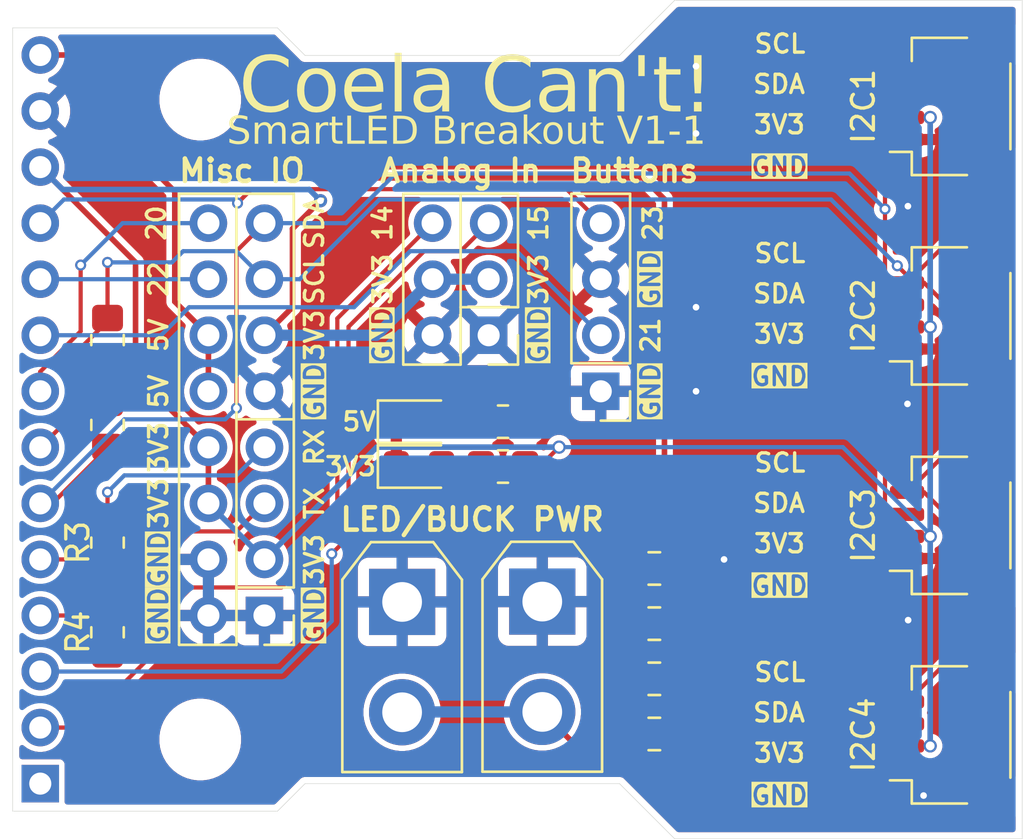
<source format=kicad_pcb>
(kicad_pcb (version 20241229) (generator "pcbnew") (generator_version "9.0")
  (title_block (title "SmartLED Shield Breakout") (date "2024-05-24") (rev "1.2") (company "Coelacanth Electronics, LLC, Axion Labs, LLC") (comment 1 "Converted to KiCAD by MyloWhylo") (comment 2 "Original Design by Coela Can't!") (comment 3 "Updated by AxionQc"))
  (layers (0 "F.Cu" signal) (2 "B.Cu" signal) (13 "F.Paste" user) (15 "B.Paste" user) (5 "F.SilkS" user "F.Silkscreen") (7 "B.SilkS" user "B.Silkscreen") (1 "F.Mask" user) (3 "B.Mask" user) (25 "Edge.Cuts" user))
  (net 0 "")
  (net 1 "GND")
  (net 2 "/SDA0")
  (net 3 "/SCL0")
  (net 4 "+3V3")
  (net 5 "/TIO20")
  (net 6 "/A1")
  (net 7 "/RX4")
  (net 8 "/TIO21")
  (net 9 "/TX4")
  (net 10 "/TIO23")
  (net 11 "/A0")
  (net 12 "+5V")
  (net 13 "/TIO22")
  (net 14 "Net-(LED1-A)")
  (net 15 "Net-(LED2-A)")
  (net 17 "Net-(P1-Pin_7)")
  (net 18 "Net-(P1-Pin_5)")
  (footprint "Connector_PinHeader_2.54mm:PinHeader_2x03_P2.54mm_Vertical" (layer "F.Cu") (at 122.502 68.46 180)
    (property "Reference" "J1" (hide yes))
    (property "Value" "Analog In")
    (fp_line (start 3.87 -1.33) (end 3.87 6.41) (stroke (width 0.12)) (layer "F.SilkS"))
    (fp_line (start 1.27 1.27) (end 1.27 -1.33) (stroke (width 0.12)) (layer "F.SilkS"))
    (fp_line (start 1.27 -1.33) (end 3.87 -1.33) (stroke (width 0.12)) (layer "F.SilkS"))
    (fp_line (start -1.33 6.41) (end 3.87 6.41) (stroke (width 0.12)) (layer "F.SilkS"))
    (fp_line (start -1.33 1.27) (end 1.27 1.27) (stroke (width 0.12)) (layer "F.SilkS"))
    (fp_line (start -1.33 1.27) (end -1.33 6.41) (stroke (width 0.12)) (layer "F.SilkS"))
    (fp_line (start -1.33 0) (end -1.33 -1.33) (stroke (width 0.12)) (layer "F.SilkS"))
    (fp_line (start -1.33 -1.33) (end 0 -1.33) (stroke (width 0.12)) (layer "F.SilkS"))
    (pad "1" thru_hole rect (at 0 0 180) (size 1.7 1.7) (drill 1) (layers "*.Cu" "*.Mask") (net 1 "GND"))
    (pad "2" thru_hole oval (at 2.54 0 180) (size 1.7 1.7) (drill 1) (layers "*.Cu" "*.Mask") (net 1 "GND"))
    (pad "3" thru_hole oval (at 0 2.54 180) (size 1.7 1.7) (drill 1) (layers "*.Cu" "*.Mask") (net 4 "+3V3"))
    (pad "4" thru_hole oval (at 2.54 2.54 180) (size 1.7 1.7) (drill 1) (layers "*.Cu" "*.Mask") (net 4 "+3V3"))
    (pad "5" thru_hole oval (at 0 5.08 180) (size 1.7 1.7) (drill 1) (layers "*.Cu" "*.Mask") (net 6 "/A1"))
    (pad "6" thru_hole oval (at 2.54 5.08 180) (size 1.7 1.7) (drill 1) (layers "*.Cu" "*.Mask") (net 11 "/A0"))
  )
  (footprint "Connector_PinHeader_2.54mm:PinHeader_2x08_P2.54mm_Vertical" (layer "F.Cu") (at 112.342 81.16 180)
    (property "Reference" "P1" (hide yes))
    (property "Value" "Misc. I/O")
    (fp_line (start 3.87 -1.33) (end 3.87 19.11) (stroke (width 0.12)) (layer "F.SilkS"))
    (fp_line (start 1.27 1.27) (end 1.27 -1.33) (stroke (width 0.12)) (layer "F.SilkS"))
    (fp_line (start 1.27 -1.33) (end 3.87 -1.33) (stroke (width 0.12)) (layer "F.SilkS"))
    (fp_line (start -1.33 19.11) (end 3.87 19.11) (stroke (width 0.12)) (layer "F.SilkS"))
    (fp_line (start -1.33 1.27) (end 1.27 1.27) (stroke (width 0.12)) (layer "F.SilkS"))
    (fp_line (start -1.33 1.27) (end -1.33 19.11) (stroke (width 0.12)) (layer "F.SilkS"))
    (fp_line (start -1.33 0) (end -1.33 -1.33) (stroke (width 0.12)) (layer "F.SilkS"))
    (fp_line (start -1.33 -1.33) (end 0 -1.33) (stroke (width 0.12)) (layer "F.SilkS"))
    (pad "1" thru_hole rect (at 0 0 180) (size 1.7 1.7) (drill 1) (layers "*.Cu" "*.Mask") (net 1 "GND"))
    (pad "2" thru_hole oval (at 2.54 0 180) (size 1.7 1.7) (drill 1) (layers "*.Cu" "*.Mask") (net 1 "GND"))
    (pad "3" thru_hole oval (at 0 2.54 180) (size 1.7 1.7) (drill 1) (layers "*.Cu" "*.Mask") (net 4 "+3V3"))
    (pad "4" thru_hole oval (at 2.54 2.54 180) (size 1.7 1.7) (drill 1) (layers "*.Cu" "*.Mask") (net 1 "GND"))
    (pad "5" thru_hole oval (at 0 5.08 180) (size 1.7 1.7) (drill 1) (layers "*.Cu" "*.Mask") (net 18 "Net-(P1-Pin_5)"))
    (pad "6" thru_hole oval (at 2.54 5.08 180) (size 1.7 1.7) (drill 1) (layers "*.Cu" "*.Mask") (net 4 "+3V3"))
    (pad "7" thru_hole oval (at 0 7.62 180) (size 1.7 1.7) (drill 1) (layers "*.Cu" "*.Mask") (net 17 "Net-(P1-Pin_7)"))
    (pad "8" thru_hole oval (at 2.54 7.62 180) (size 1.7 1.7) (drill 1) (layers "*.Cu" "*.Mask") (net 4 "+3V3"))
    (pad "9" thru_hole oval (at 0 10.16 180) (size 1.7 1.7) (drill 1) (layers "*.Cu" "*.Mask") (net 1 "GND"))
    (pad "10" thru_hole oval (at 2.54 10.16 180) (size 1.7 1.7) (drill 1) (layers "*.Cu" "*.Mask") (net 12 "+5V"))
    (pad "11" thru_hole oval (at 0 12.7 180) (size 1.7 1.7) (drill 1) (layers "*.Cu" "*.Mask") (net 4 "+3V3"))
    (pad "12" thru_hole oval (at 2.54 12.7 180) (size 1.7 1.7) (drill 1) (layers "*.Cu" "*.Mask") (net 12 "+5V"))
    (pad "13" thru_hole oval (at 0 15.24 180) (size 1.7 1.7) (drill 1) (layers "*.Cu" "*.Mask") (net 3 "/SCL0"))
    (pad "14" thru_hole oval (at 2.54 15.24 180) (size 1.7 1.7) (drill 1) (layers "*.Cu" "*.Mask") (net 13 "/TIO22"))
    (pad "15" thru_hole oval (at 0 17.78 180) (size 1.7 1.7) (drill 1) (layers "*.Cu" "*.Mask") (net 2 "/SDA0"))
    (pad "16" thru_hole oval (at 2.54 17.78 180) (size 1.7 1.7) (drill 1) (layers "*.Cu" "*.Mask") (net 5 "/TIO20"))
  )
  (footprint "Connector_JST:JST_SH_SM04B-SRSS-TB_1x04-1MP_P1.00mm_Horizontal" (layer "F.Cu") (at 143.462 58.090833 90)
    (property "Reference" "I2C1" (at 0 -3.98 90) (layer "F.SilkS"))
    (property "Value" "JST SM04B")
    (fp_line (start 3.11 -1.785) (end 2.06 -1.785) (stroke (width 0.12)) (layer "F.SilkS"))
    (fp_line (start -2.06 -1.785) (end -2.06 -2.775) (stroke (width 0.12)) (layer "F.SilkS"))
    (fp_line (start -3.11 -1.785) (end -2.06 -1.785) (stroke (width 0.12)) (layer "F.SilkS"))
    (fp_line (start 3.11 0.715) (end 3.11 -1.785) (stroke (width 0.12)) (layer "F.SilkS"))
    (fp_line (start -3.11 0.715) (end -3.11 -1.785) (stroke (width 0.12)) (layer "F.SilkS"))
    (fp_line (start -1.94 2.685) (end 1.94 2.685) (stroke (width 0.12)) (layer "F.SilkS"))
    (pad "1" smd roundrect (at -1.5 -2 90) (size 0.6 1.55) (layers "F.Cu" "F.Mask" "F.Paste") (net 1 "GND"))
    (pad "2" smd roundrect (at -0.5 -2 90) (size 0.6 1.55) (layers "F.Cu" "F.Mask" "F.Paste") (net 4 "+3V3"))
    (pad "3" smd roundrect (at 0.5 -2 90) (size 0.6 1.55) (layers "F.Cu" "F.Mask" "F.Paste") (net 2 "/SDA0"))
    (pad "4" smd roundrect (at 1.5 -2 90) (size 0.6 1.55) (layers "F.Cu" "F.Mask" "F.Paste") (net 3 "/SCL0"))
    (pad "MP" smd roundrect (at -2.8 1.875 90) (size 1.2 1.8) (layers "F.Cu" "F.Mask" "F.Paste") (roundrect_rratio 0.208333))
    (pad "MP" smd roundrect (at 2.8 1.875 90) (size 1.2 1.8) (layers "F.Cu" "F.Mask" "F.Paste") (roundrect_rratio 0.208333))
  )
  (footprint "Resistor_SMD:R_0805_2012Metric_Pad1.20x1.40mm_HandSolder" (layer "F.Cu") (at 123.152 72.378 180)
    (property "Reference" "R6" (hide yes))
    (property "Value" "10k")
    (fp_line (start -0.227064 0.735) (end 0.227064 0.735) (stroke (width 0.12)) (layer "F.SilkS"))
    (fp_line (start -0.227064 -0.735) (end 0.227064 -0.735) (stroke (width 0.12)) (layer "F.SilkS"))
    (pad "1" smd roundrect (at -1 0 180) (size 1.2 1.4) (layers "F.Cu" "F.Mask" "F.Paste") (roundrect_rratio 0.208333) (net 12 "+5V"))
    (pad "2" smd roundrect (at 1 0 180) (size 1.2 1.4) (layers "F.Cu" "F.Mask" "F.Paste") (roundrect_rratio 0.208333) (net 15 "Net-(LED2-A)"))
  )
  (footprint "LED_SMD:LED_0805_2012Metric_Pad1.15x1.40mm_HandSolder" (layer "F.Cu") (at 119.342 74.41)
    (property "Reference" "LED1" (hide yes))
    (property "Value" "LED")
    (fp_line (start -1.86 -0.96) (end -1.86 0.96) (stroke (width 0.12)) (layer "F.SilkS"))
    (fp_line (start -1.86 0.96) (end 1 0.96) (stroke (width 0.12)) (layer "F.SilkS"))
    (fp_line (start 1 -0.96) (end -1.86 -0.96) (stroke (width 0.12)) (layer "F.SilkS"))
    (pad "1" smd roundrect (at -1.025 0) (size 1.15 1.4) (layers "F.Cu" "F.Mask" "F.Paste") (roundrect_rratio 0.217391) (net 1 "GND"))
    (pad "2" smd roundrect (at 1.025 0) (size 1.15 1.4) (layers "F.Cu" "F.Mask" "F.Paste") (roundrect_rratio 0.217391) (net 14 "Net-(LED1-A)"))
  )
  (footprint "Resistor_SMD:R_0805_2012Metric_Pad1.20x1.40mm_HandSolder" (layer "F.Cu") (at 105.23 77.858 90)
    (property "Reference" "R3" (at 0 -1.348 90) (layer "F.SilkS"))
    (property "Value" "470")
    (fp_line (start -0.227064 -0.735) (end 0.227064 -0.735) (stroke (width 0.12)) (layer "F.SilkS"))
    (fp_line (start -0.227064 0.735) (end 0.227064 0.735) (stroke (width 0.12)) (layer "F.SilkS"))
    (pad "1" smd roundrect (at -1 0 90) (size 1.2 1.4) (layers "F.Cu" "F.Mask" "F.Paste") (roundrect_rratio 0.208333) (net 9 "/TX4"))
    (pad "2" smd roundrect (at 1 0 90) (size 1.2 1.4) (layers "F.Cu" "F.Mask" "F.Paste") (roundrect_rratio 0.208333) (net 17 "Net-(P1-Pin_7)"))
  )
  (footprint "Connector_PinHeader_2.54mm:PinHeader_1x14_P2.54mm_Vertical" (layer "F.Cu") (at 102.182 88.78 180)
    (property "Reference" "T1" (hide yes))
    (property "Value" "Teensy 4.0")
    (pad "1" thru_hole rect (at 0 0 180) (size 1.7 1.7) (drill 1) (layers "*.Cu" "*.Mask"))
    (pad "2" thru_hole oval (at 0 2.54 180) (size 1.7 1.7) (drill 1) (layers "*.Cu" "*.Mask") (net 11 "/A0"))
    (pad "3" thru_hole oval (at 0 5.08 180) (size 1.7 1.7) (drill 1) (layers "*.Cu" "*.Mask") (net 6 "/A1"))
    (pad "4" thru_hole oval (at 0 7.62 180) (size 1.7 1.7) (drill 1) (layers "*.Cu" "*.Mask") (net 7 "/RX4"))
    (pad "5" thru_hole oval (at 0 10.16 180) (size 1.7 1.7) (drill 1) (layers "*.Cu" "*.Mask") (net 9 "/TX4"))
    (pad "6" thru_hole oval (at 0 12.7 180) (size 1.7 1.7) (drill 1) (layers "*.Cu" "*.Mask") (net 2 "/SDA0"))
    (pad "7" thru_hole oval (at 0 15.24 180) (size 1.7 1.7) (drill 1) (layers "*.Cu" "*.Mask") (net 3 "/SCL0"))
    (pad "8" thru_hole oval (at 0 17.78 180) (size 1.7 1.7) (drill 1) (layers "*.Cu" "*.Mask") (net 5 "/TIO20"))
    (pad "9" thru_hole oval (at 0 20.32 180) (size 1.7 1.7) (drill 1) (layers "*.Cu" "*.Mask") (net 8 "/TIO21"))
    (pad "10" thru_hole oval (at 0 22.86 180) (size 1.7 1.7) (drill 1) (layers "*.Cu" "*.Mask") (net 13 "/TIO22"))
    (pad "11" thru_hole oval (at 0 25.4 180) (size 1.7 1.7) (drill 1) (layers "*.Cu" "*.Mask") (net 10 "/TIO23"))
    (pad "12" thru_hole oval (at 0 27.94 180) (size 1.7 1.7) (drill 1) (layers "*.Cu" "*.Mask") (net 4 "+3V3"))
    (pad "13" thru_hole oval (at 0 30.48 180) (size 1.7 1.7) (drill 1) (layers "*.Cu" "*.Mask") (net 1 "GND"))
    (pad "14" thru_hole oval (at 0 33.02 180) (size 1.7 1.7) (drill 1) (layers "*.Cu" "*.Mask") (net 12 "+5V"))
  )
  (footprint "MountingHole:MountingHole_3.2mm_M3" (layer "F.Cu") (at 109.432 57.78)
    (property "Reference" "H1" (hide yes))
    (property "Value" "M3 Screw")
    (pad "" np_thru_hole circle (at 0 0) (size 3.2 3.2) (drill 3.2) (layers "*.Cu" "*.Mask"))
  )
  (footprint "Resistor_SMD:R_0805_2012Metric_Pad1.20x1.40mm_HandSolder" (layer "F.Cu") (at 123.152 74.41 180)
    (property "Reference" "R5" (hide yes))
    (property "Value" "10k")
    (fp_line (start -0.227064 0.735) (end 0.227064 0.735) (stroke (width 0.12)) (layer "F.SilkS"))
    (fp_line (start -0.227064 -0.735) (end 0.227064 -0.735) (stroke (width 0.12)) (layer "F.SilkS"))
    (pad "1" smd roundrect (at -1 0 180) (size 1.2 1.4) (layers "F.Cu" "F.Mask" "F.Paste") (roundrect_rratio 0.208333) (net 4 "+3V3"))
    (pad "2" smd roundrect (at 1 0 180) (size 1.2 1.4) (layers "F.Cu" "F.Mask" "F.Paste") (roundrect_rratio 0.208333) (net 14 "Net-(LED1-A)"))
  )
  (footprint "Connector_JST:JST_SH_SM04B-SRSS-TB_1x04-1MP_P1.00mm_Horizontal" (layer "F.Cu") (at 143.462 86.570833 90)
    (property "Reference" "I2C4" (at 0 -3.98 90) (layer "F.SilkS"))
    (property "Value" "JST SM04B")
    (fp_line (start 3.11 -1.785) (end 2.06 -1.785) (stroke (width 0.12)) (layer "F.SilkS"))
    (fp_line (start -2.06 -1.785) (end -2.06 -2.775) (stroke (width 0.12)) (layer "F.SilkS"))
    (fp_line (start -3.11 -1.785) (end -2.06 -1.785) (stroke (width 0.12)) (layer "F.SilkS"))
    (fp_line (start 3.11 0.715) (end 3.11 -1.785) (stroke (width 0.12)) (layer "F.SilkS"))
    (fp_line (start -3.11 0.715) (end -3.11 -1.785) (stroke (width 0.12)) (layer "F.SilkS"))
    (fp_line (start -1.94 2.685) (end 1.94 2.685) (stroke (width 0.12)) (layer "F.SilkS"))
    (pad "1" smd roundrect (at -1.5 -2 90) (size 0.6 1.55) (layers "F.Cu" "F.Mask" "F.Paste") (net 1 "GND"))
    (pad "2" smd roundrect (at -0.5 -2 90) (size 0.6 1.55) (layers "F.Cu" "F.Mask" "F.Paste") (net 4 "+3V3"))
    (pad "3" smd roundrect (at 0.5 -2 90) (size 0.6 1.55) (layers "F.Cu" "F.Mask" "F.Paste") (net 2 "/SDA0"))
    (pad "4" smd roundrect (at 1.5 -2 90) (size 0.6 1.55) (layers "F.Cu" "F.Mask" "F.Paste") (net 3 "/SCL0"))
    (pad "MP" smd roundrect (at -2.8 1.875 90) (size 1.2 1.8) (layers "F.Cu" "F.Mask" "F.Paste") (roundrect_rratio 0.208333))
    (pad "MP" smd roundrect (at 2.8 1.875 90) (size 1.2 1.8) (layers "F.Cu" "F.Mask" "F.Paste") (roundrect_rratio 0.208333))
  )
  (footprint "Capacitor_SMD:C_0805_2012Metric_Pad1.18x1.45mm_HandSolder" (layer "F.Cu") (at 130.01 79.03 180)
    (property "Reference" "C4" (hide yes))
    (property "Value" "22uF")
    (fp_line (start -0.261252 0.735) (end 0.261252 0.735) (stroke (width 0.12)) (layer "F.SilkS"))
    (fp_line (start -0.261252 -0.735) (end 0.261252 -0.735) (stroke (width 0.12)) (layer "F.SilkS"))
    (pad "1" smd roundrect (at -1.0375 0 180) (size 1.175 1.45) (layers "F.Cu" "F.Mask" "F.Paste") (roundrect_rratio 0.212766) (net 12 "+5V"))
    (pad "2" smd roundrect (at 1.0375 0 180) (size 1.175 1.45) (layers "F.Cu" "F.Mask" "F.Paste") (roundrect_rratio 0.212766) (net 1 "GND"))
  )
  (footprint "Capacitor_SMD:C_0805_2012Metric_Pad1.18x1.45mm_HandSolder" (layer "F.Cu") (at 130.01 81.53 180)
    (property "Reference" "C3" (hide yes))
    (property "Value" "22uF")
    (fp_line (start -0.261252 0.735) (end 0.261252 0.735) (stroke (width 0.12)) (layer "F.SilkS"))
    (fp_line (start -0.261252 -0.735) (end 0.261252 -0.735) (stroke (width 0.12)) (layer "F.SilkS"))
    (pad "1" smd roundrect (at -1.0375 0 180) (size 1.175 1.45) (layers "F.Cu" "F.Mask" "F.Paste") (roundrect_rratio 0.212766) (net 12 "+5V"))
    (pad "2" smd roundrect (at 1.0375 0 180) (size 1.175 1.45) (layers "F.Cu" "F.Mask" "F.Paste") (roundrect_rratio 0.212766) (net 1 "GND"))
  )
  (footprint "Resistor_SMD:R_0805_2012Metric_Pad1.20x1.40mm_HandSolder" (layer "F.Cu") (at 105.23 81.922 -90)
    (property "Reference" "R4" (at 0 1.348 270) (layer "F.SilkS"))
    (property "Value" "470")
    (fp_line (start -0.227064 0.735) (end 0.227064 0.735) (stroke (width 0.12)) (layer "F.SilkS"))
    (fp_line (start -0.227064 -0.735) (end 0.227064 -0.735) (stroke (width 0.12)) (layer "F.SilkS"))
    (pad "1" smd roundrect (at -1 0 270) (size 1.2 1.4) (layers "F.Cu" "F.Mask" "F.Paste") (roundrect_rratio 0.208333) (net 7 "/RX4"))
    (pad "2" smd roundrect (at 1 0 270) (size 1.2 1.4) (layers "F.Cu" "F.Mask" "F.Paste") (roundrect_rratio 0.208333) (net 18 "Net-(P1-Pin_5)"))
  )
  (footprint "Connector_AMASS:AMASS_XT30UPB-M_1x02_P5.0mm_Vertical" (layer "F.Cu") (at 118.58 80.546 -90)
    (property "Reference" "LEDPWR1" (hide yes))
    (property "Value" "AMASS XT30UPB-M")
    (fp_line (start -1.01 2.71) (end 7.71 2.71) (stroke (width 0.12)) (layer "F.SilkS"))
    (fp_line (start -2.71 1.41) (end -1.01 2.71) (stroke (width 0.12)) (layer "F.SilkS"))
    (fp_line (start -2.71 -1.41) (end -2.71 1.41) (stroke (width 0.12)) (layer "F.SilkS"))
    (fp_line (start -2.71 -1.41) (end -1.01 -2.71) (stroke (width 0.12)) (layer "F.SilkS"))
    (fp_line (start -1.01 -2.71) (end 7.71 -2.71) (stroke (width 0.12)) (layer "F.SilkS"))
    (fp_line (start 7.71 -2.71) (end 7.71 2.71) (stroke (width 0.12)) (layer "F.SilkS"))
    (pad "1" thru_hole rect (at 0 0 270) (size 3 3) (drill 1.8) (layers "*.Cu" "*.Mask") (net 1 "GND"))
    (pad "2" thru_hole circle (at 5 0 270) (size 3 3) (drill 1.8) (layers "*.Cu" "*.Mask") (net 12 "+5V"))
  )
  (footprint "Connector_JST:JST_SH_SM04B-SRSS-TB_1x04-1MP_P1.00mm_Horizontal" (layer "F.Cu") (at 143.462 67.584166 90)
    (property "Reference" "I2C2" (at 0 -3.98 90) (layer "F.SilkS"))
    (property "Value" "JST SM04B")
    (fp_line (start 3.11 -1.785) (end 2.06 -1.785) (stroke (width 0.12)) (layer "F.SilkS"))
    (fp_line (start -2.06 -1.785) (end -2.06 -2.775) (stroke (width 0.12)) (layer "F.SilkS"))
    (fp_line (start -3.11 -1.785) (end -2.06 -1.785) (stroke (width 0.12)) (layer "F.SilkS"))
    (fp_line (start 3.11 0.715) (end 3.11 -1.785) (stroke (width 0.12)) (layer "F.SilkS"))
    (fp_line (start -3.11 0.715) (end -3.11 -1.785) (stroke (width 0.12)) (layer "F.SilkS"))
    (fp_line (start -1.94 2.685) (end 1.94 2.685) (stroke (width 0.12)) (layer "F.SilkS"))
    (pad "1" smd roundrect (at -1.5 -2 90) (size 0.6 1.55) (layers "F.Cu" "F.Mask" "F.Paste") (net 1 "GND"))
    (pad "2" smd roundrect (at -0.5 -2 90) (size 0.6 1.55) (layers "F.Cu" "F.Mask" "F.Paste") (net 4 "+3V3"))
    (pad "3" smd roundrect (at 0.5 -2 90) (size 0.6 1.55) (layers "F.Cu" "F.Mask" "F.Paste") (net 2 "/SDA0"))
    (pad "4" smd roundrect (at 1.5 -2 90) (size 0.6 1.55) (layers "F.Cu" "F.Mask" "F.Paste") (net 3 "/SCL0"))
    (pad "MP" smd roundrect (at -2.8 1.875 90) (size 1.2 1.8) (layers "F.Cu" "F.Mask" "F.Paste") (roundrect_rratio 0.208333))
    (pad "MP" smd roundrect (at 2.8 1.875 90) (size 1.2 1.8) (layers "F.Cu" "F.Mask" "F.Paste") (roundrect_rratio 0.208333))
  )
  (footprint "Capacitor_SMD:C_0805_2012Metric_Pad1.18x1.45mm_HandSolder" (layer "F.Cu") (at 130.01 84.03 180)
    (property "Reference" "C2" (hide yes))
    (property "Value" "22uF")
    (fp_line (start -0.261252 0.735) (end 0.261252 0.735) (stroke (width 0.12)) (layer "F.SilkS"))
    (fp_line (start -0.261252 -0.735) (end 0.261252 -0.735) (stroke (width 0.12)) (layer "F.SilkS"))
    (pad "1" smd roundrect (at -1.0375 0 180) (size 1.175 1.45) (layers "F.Cu" "F.Mask" "F.Paste") (roundrect_rratio 0.212766) (net 12 "+5V"))
    (pad "2" smd roundrect (at 1.0375 0 180) (size 1.175 1.45) (layers "F.Cu" "F.Mask" "F.Paste") (roundrect_rratio 0.212766) (net 1 "GND"))
  )
  (footprint "LED_SMD:LED_0805_2012Metric_Pad1.15x1.40mm_HandSolder" (layer "F.Cu") (at 119.342 72.378)
    (property "Reference" "LED2" (hide yes))
    (property "Value" "LED")
    (fp_line (start -1.86 -0.96) (end -1.86 0.96) (stroke (width 0.12)) (layer "F.SilkS"))
    (fp_line (start -1.86 0.96) (end 1 0.96) (stroke (width 0.12)) (layer "F.SilkS"))
    (fp_line (start 1 -0.96) (end -1.86 -0.96) (stroke (width 0.12)) (layer "F.SilkS"))
    (pad "1" smd roundrect (at -1.025 0) (size 1.15 1.4) (layers "F.Cu" "F.Mask" "F.Paste") (roundrect_rratio 0.217391) (net 1 "GND"))
    (pad "2" smd roundrect (at 1.025 0) (size 1.15 1.4) (layers "F.Cu" "F.Mask" "F.Paste") (roundrect_rratio 0.217391) (net 15 "Net-(LED2-A)"))
  )
  (footprint "Connector_JST:JST_SH_SM04B-SRSS-TB_1x04-1MP_P1.00mm_Horizontal" (layer "F.Cu") (at 143.462 77.0775 90)
    (property "Reference" "I2C3" (at 0 -3.98 90) (layer "F.SilkS"))
    (property "Value" "JST SM04B")
    (fp_line (start 3.11 -1.785) (end 2.06 -1.785) (stroke (width 0.12)) (layer "F.SilkS"))
    (fp_line (start -2.06 -1.785) (end -2.06 -2.775) (stroke (width 0.12)) (layer "F.SilkS"))
    (fp_line (start -3.11 -1.785) (end -2.06 -1.785) (stroke (width 0.12)) (layer "F.SilkS"))
    (fp_line (start 3.11 0.715) (end 3.11 -1.785) (stroke (width 0.12)) (layer "F.SilkS"))
    (fp_line (start -3.11 0.715) (end -3.11 -1.785) (stroke (width 0.12)) (layer "F.SilkS"))
    (fp_line (start -1.94 2.685) (end 1.94 2.685) (stroke (width 0.12)) (layer "F.SilkS"))
    (pad "1" smd roundrect (at -1.5 -2 90) (size 0.6 1.55) (layers "F.Cu" "F.Mask" "F.Paste") (net 1 "GND"))
    (pad "2" smd roundrect (at -0.5 -2 90) (size 0.6 1.55) (layers "F.Cu" "F.Mask" "F.Paste") (net 4 "+3V3"))
    (pad "3" smd roundrect (at 0.5 -2 90) (size 0.6 1.55) (layers "F.Cu" "F.Mask" "F.Paste") (net 2 "/SDA0"))
    (pad "4" smd roundrect (at 1.5 -2 90) (size 0.6 1.55) (layers "F.Cu" "F.Mask" "F.Paste") (net 3 "/SCL0"))
    (pad "MP" smd roundrect (at -2.8 1.875 90) (size 1.2 1.8) (layers "F.Cu" "F.Mask" "F.Paste") (roundrect_rratio 0.208333))
    (pad "MP" smd roundrect (at 2.8 1.875 90) (size 1.2 1.8) (layers "F.Cu" "F.Mask" "F.Paste") (roundrect_rratio 0.208333))
  )
  (footprint "Resistor_SMD:R_0805_2012Metric_Pad1.20x1.40mm_HandSolder" (layer "F.Cu") (at 105.23 72.524 90)
    (property "Reference" "R2" (hide yes))
    (property "Value" "5.1k")
    (fp_line (start -0.227064 -0.735) (end 0.227064 -0.735) (stroke (width 0.12)) (layer "F.SilkS"))
    (fp_line (start -0.227064 0.735) (end 0.227064 0.735) (stroke (width 0.12)) (layer "F.SilkS"))
    (pad "1" smd roundrect (at -1 0 90) (size 1.2 1.4) (layers "F.Cu" "F.Mask" "F.Paste") (roundrect_rratio 0.208333) (net 2 "/SDA0"))
    (pad "2" smd roundrect (at 1 0 90) (size 1.2 1.4) (layers "F.Cu" "F.Mask" "F.Paste") (roundrect_rratio 0.208333) (net 4 "+3V3"))
  )
  (footprint "Resistor_SMD:R_0805_2012Metric_Pad1.20x1.40mm_HandSolder" (layer "F.Cu") (at 105.23 68.68 -90)
    (property "Reference" "R1" (hide yes))
    (property "Value" "5.1k")
    (fp_line (start -0.227064 0.735) (end 0.227064 0.735) (stroke (width 0.12)) (layer "F.SilkS"))
    (fp_line (start -0.227064 -0.735) (end 0.227064 -0.735) (stroke (width 0.12)) (layer "F.SilkS"))
    (pad "1" smd roundrect (at -1 0 270) (size 1.2 1.4) (layers "F.Cu" "F.Mask" "F.Paste") (roundrect_rratio 0.208333) (net 3 "/SCL0"))
    (pad "2" smd roundrect (at 1 0 270) (size 1.2 1.4) (layers "F.Cu" "F.Mask" "F.Paste") (roundrect_rratio 0.208333) (net 4 "+3V3"))
  )
  (footprint "Capacitor_SMD:C_0805_2012Metric_Pad1.18x1.45mm_HandSolder" (layer "F.Cu") (at 130.01 86.53 180)
    (property "Reference" "C1" (hide yes))
    (property "Value" "22uF")
    (fp_line (start -0.261252 0.735) (end 0.261252 0.735) (stroke (width 0.12)) (layer "F.SilkS"))
    (fp_line (start -0.261252 -0.735) (end 0.261252 -0.735) (stroke (width 0.12)) (layer "F.SilkS"))
    (pad "1" smd roundrect (at -1.0375 0 180) (size 1.175 1.45) (layers "F.Cu" "F.Mask" "F.Paste") (roundrect_rratio 0.212766) (net 12 "+5V"))
    (pad "2" smd roundrect (at 1.0375 0 180) (size 1.175 1.45) (layers "F.Cu" "F.Mask" "F.Paste") (roundrect_rratio 0.212766) (net 1 "GND"))
  )
  (footprint "Connector_PinHeader_2.54mm:PinHeader_1x04_P2.54mm_Vertical" (layer "F.Cu") (at 127.582 71 180)
    (property "Reference" "B1" (hide yes))
    (property "Value" "Digital IO")
    (fp_line (start 1.33 1.27) (end 1.33 8.95) (stroke (width 0.12)) (layer "F.SilkS"))
    (fp_line (start -1.33 8.95) (end 1.33 8.95) (stroke (width 0.12)) (layer "F.SilkS"))
    (fp_line (start -1.33 1.27) (end 1.33 1.27) (stroke (width 0.12)) (layer "F.SilkS"))
    (fp_line (start -1.33 1.27) (end -1.33 8.95) (stroke (width 0.12)) (layer "F.SilkS"))
    (fp_line (start -1.33 0) (end -1.33 -1.33) (stroke (width 0.12)) (layer "F.SilkS"))
    (fp_line (start -1.33 -1.33) (end 0 -1.33) (stroke (width 0.12)) (layer "F.SilkS"))
    (pad "1" thru_hole rect (at 0 0 180) (size 1.7 1.7) (drill 1) (layers "*.Cu" "*.Mask") (net 1 "GND"))
    (pad "2" thru_hole oval (at 0 2.54 180) (size 1.7 1.7) (drill 1) (layers "*.Cu" "*.Mask") (net 8 "/TIO21"))
    (pad "3" thru_hole oval (at 0 5.08 180) (size 1.7 1.7) (drill 1) (layers "*.Cu" "*.Mask") (net 1 "GND"))
    (pad "4" thru_hole oval (at 0 7.62 180) (size 1.7 1.7) (drill 1) (layers "*.Cu" "*.Mask") (net 10 "/TIO23"))
  )
  (footprint "MountingHole:MountingHole_3.2mm_M3" (layer "F.Cu") (at 109.432 86.78)
    (property "Reference" "H2" (hide yes))
    (property "Value" "M3 Screw")
    (pad "" np_thru_hole circle (at 0 0) (size 3.2 3.2) (drill 3.2) (layers "*.Cu" "*.Mask"))
  )
  (footprint "Connector_AMASS:AMASS_XT30UPB-M_1x02_P5.0mm_Vertical" (layer "F.Cu") (at 124.932 80.53 -90)
    (property "Reference" "BCKPWR1" (hide yes))
    (property "Value" "AMASS XT30UPB-M")
    (fp_line (start -1.01 2.71) (end 7.71 2.71) (stroke (width 0.12)) (layer "F.SilkS"))
    (fp_line (start -2.71 1.41) (end -1.01 2.71) (stroke (width 0.12)) (layer "F.SilkS"))
    (fp_line (start -2.71 -1.41) (end -2.71 1.41) (stroke (width 0.12)) (layer "F.SilkS"))
    (fp_line (start -2.71 -1.41) (end -1.01 -2.71) (stroke (width 0.12)) (layer "F.SilkS"))
    (fp_line (start -1.01 -2.71) (end 7.71 -2.71) (stroke (width 0.12)) (layer "F.SilkS"))
    (fp_line (start 7.71 -2.71) (end 7.71 2.71) (stroke (width 0.12)) (layer "F.SilkS"))
    (pad "1" thru_hole rect (at 0 0 270) (size 3 3) (drill 1.8) (layers "*.Cu" "*.Mask") (net 1 "GND"))
    (pad "2" thru_hole circle (at 5 0 270) (size 3 3) (drill 1.8) (layers "*.Cu" "*.Mask") (net 12 "+5V"))
  )
  (gr_poly (pts (xy 102.93199 88.03001) (xy 101.43187 88.03001) (xy 101.43187 89.53013) (xy 102.93199 89.53013)) (fill yes) (layer "F.Cu") (net 16))
  (gr_poly (pts (xy 102.93199 88.03001) (xy 101.43187 88.03001) (xy 101.43187 89.53013) (xy 102.93199 89.53013)) (fill yes) (layer "F.Cu") (net 16))
  (gr_poly (pts (xy 102.93199 88.03001) (xy 101.43187 88.03001) (xy 101.43187 89.53013) (xy 102.93199 89.53013)) (fill yes) (layer "B.Cu") (net 16))
  (gr_poly (pts (xy 102.93199 88.03001) (xy 101.43187 88.03001) (xy 101.43187 89.53013) (xy 102.93199 89.53013)) (fill yes) (layer "B.Cu") (net 16))
  (gr_line (start 111.072 62.05) (end 111.072 79.89) (stroke (width 0.12)) (layer "F.SilkS"))
  (gr_line (start 113.612 72.27) (end 111.072 72.27) (stroke (width 0.12)) (layer "F.SilkS"))
  (gr_line (start 121.232 62.05) (end 121.232 67.19) (stroke (width 0.12)) (layer "F.SilkS"))
  (gr_line (start 128.432 55.78) (end 114.18191 55.77988) (stroke (width 0.0254)) (layer "Edge.Cuts"))
  (gr_line (start 130.932 91.28) (end 146.682 91.28) (stroke (width 0.0254)) (layer "Edge.Cuts"))
  (gr_line (start 112.932 90.03) (end 114.182 88.78) (stroke (width 0.0254)) (layer "Edge.Cuts"))
  (gr_line (start 100.932 54.53) (end 100.932 90.03) (stroke (width 0.0254)) (layer "Edge.Cuts"))
  (gr_line (start 128.432 88.78) (end 130.932 91.28) (stroke (width 0.0254)) (layer "Edge.Cuts"))
  (gr_line (start 112.932 54.53) (end 100.932 54.53) (stroke (width 0.0254)) (layer "Edge.Cuts"))
  (gr_line (start 114.182 88.78) (end 128.432 88.78) (stroke (width 0.0254)) (layer "Edge.Cuts"))
  (gr_line (start 146.682 91.28) (end 146.682 53.28) (stroke (width 0.0254)) (layer "Edge.Cuts"))
  (gr_line (start 146.682 53.28) (end 130.932 53.28) (stroke (width 0.0254)) (layer "Edge.Cuts"))
  (gr_line (start 100.932 90.03) (end 112.932 90.03) (stroke (width 0.0254)) (layer "Edge.Cuts"))
  (gr_line (start 114.18191 55.77988) (end 112.932 54.53) (stroke (width 0.0254)) (layer "Edge.Cuts"))
  (gr_line (start 130.932 53.28) (end 128.432 55.78) (stroke (width 0.0254)) (layer "Edge.Cuts"))
  (gr_text "22" (at 108.024 65.92 90) (layer "F.SilkS") (effects (font (size 0.8255 0.8255) (thickness 0.1524)) (justify bottom)))
  (gr_text "3V3" (at 136.922 58.913824 0) (layer "F.SilkS") (effects (font (size 0.8255 0.8255) (thickness 0.1524)) (justify right)))
  (gr_text "3V3" (at 114.12 78.62 90) (layer "F.SilkS") (effects (font (size 0.8255 0.8255) (thickness 0.1524)) (justify top)))
  (gr_text "GND" (at 118.184 68.46 90) (layer "F.SilkS" knockout) (effects (font (size 0.8255 0.8255) (thickness 0.1524)) (justify bottom)))
  (gr_text "GND" (at 137.039929 70.328305 0) (layer "F.SilkS" knockout) (effects (font (size 0.8255 0.8255) (thickness 0.1524)) (justify right)))
  (gr_text "SDA" (at 136.922 85.564398 0) (layer "F.SilkS") (effects (font (size 0.8255 0.8255) (thickness 0.1524)) (justify right)))
  (gr_text "SDA" (at 136.922 57.084398 0) (layer "F.SilkS") (effects (font (size 0.8255 0.8255) (thickness 0.1524)) (justify right)))
  (gr_text "3V3" (at 108.024 73.54 90) (layer "F.SilkS") (effects (font (size 0.8255 0.8255) (thickness 0.1524)) (justify bottom)))
  (gr_text "5V" (at 108.024 68.46 90) (layer "F.SilkS") (effects (font (size 0.8255 0.8255) (thickness 0.1524)) (justify bottom)))
  (gr_text "GND" (at 124.28 68.46 90) (layer "F.SilkS" knockout) (effects (font (size 0.8255 0.8255) (thickness 0.1524)) (justify top)))
  (gr_text "SCL" (at 114.12 65.92 90) (layer "F.SilkS") (effects (font (size 0.8255 0.8255) (thickness 0.1524)) (justify top)))
  (gr_text "14" (at 118.184 63.38 90) (layer "F.SilkS") (effects (font (size 0.8255 0.8255) (thickness 0.1524)) (justify bottom)))
  (gr_text "Analog In" (at 121.232 61.602 0) (layer "F.SilkS") (effects (font (size 1.016 1.016) (thickness 0.2032) (bold yes)) (justify bottom)))
  (gr_text "SCL" (at 136.941655 74.241639 0) (layer "F.SilkS") (effects (font (size 0.8255 0.8255) (thickness 0.1524)) (justify right)))
  (gr_text "GND" (at 108.024 81.16 90) (layer "F.SilkS" knockout) (effects (font (size 0.8255 0.8255) (thickness 0.1524)) (justify bottom)))
  (gr_text "GND" (at 137.039929 79.821639 0) (layer "F.SilkS" knockout) (effects (font (size 0.8255 0.8255) (thickness 0.1524)) (justify right)))
  (gr_text "3V3" (at 124.28 65.92 90) (layer "F.SilkS") (effects (font (size 0.8255 0.8255) (thickness 0.1524)) (justify top)))
  (gr_text "GND" (at 137.039929 89.314972 0) (layer "F.SilkS" knockout) (effects (font (size 0.8255 0.8255) (thickness 0.1524)) (justify right)))
  (gr_text "SDA" (at 136.922 66.577731 0) (layer "F.SilkS") (effects (font (size 0.8255 0.8255) (thickness 0.1524)) (justify right)))
  (gr_text "20" (at 106.959359 63.38 90) (layer "F.SilkS") (effects (font (size 0.8255 0.8255) (thickness 0.1524)) (justify top)))
  (gr_text "LED/BUCK PWR" (at 121.755 77.405 0) (layer "F.SilkS") (effects (font (size 1.016 1.016) (thickness 0.2032) (bold yes)) (justify bottom)))
  (gr_text "5V" (at 117.482 72.378 0) (layer "F.SilkS") (effects (font (size 0.8255 0.8255) (thickness 0.1524)) (justify right)))
  (gr_text "SmartLED Breakout V1-1\n" (at 121.494951 59.995348 0) (layer "F.SilkS") (effects (font (size 1.25 1.25) (thickness 0.1)) (justify bottom)))
  (gr_text "RX" (at 114.12 73.54 90) (layer "F.SilkS") (effects (font (size 0.8255 0.8255) (thickness 0.1524)) (justify top)))
  (gr_text "3V3" (at 108.024 76.08 90) (layer "F.SilkS") (effects (font (size 0.8255 0.8255) (thickness 0.1524)) (justify bottom)))
  (gr_text "21" (at 129.36 68.46 90) (layer "F.SilkS") (effects (font (size 0.8255 0.8255) (thickness 0.1524)) (justify top)))
  (gr_text "SDA" (at 136.922 76.071065 0) (layer "F.SilkS") (effects (font (size 0.8255 0.8255) (thickness 0.1524)) (justify right)))
  (gr_text "SCL" (at 136.941655 64.748305 0) (layer "F.SilkS") (effects (font (size 0.8255 0.8255) (thickness 0.1524)) (justify right)))
  (gr_text "GND" (at 114.12 71 90) (layer "F.SilkS" knockout) (effects (font (size 0.8255 0.8255) (thickness 0.1524)) (justify top)))
  (gr_text "3V3" (at 114.12 68.46 90) (layer "F.SilkS") (effects (font (size 0.8255 0.8255) (thickness 0.1524)) (justify top)))
  (gr_text "SDA" (at 114.12 63.38 90) (layer "F.SilkS") (effects (font (size 0.8255 0.8255) (thickness 0.1524)) (justify top)))
  (gr_text "15" (at 124.28 63.38 90) (layer "F.SilkS") (effects (font (size 0.8255 0.8255) (thickness 0.1524)) (justify top)))
  (gr_text "5V" (at 108.024 71 90) (layer "F.SilkS") (effects (font (size 0.8255 0.8255) (thickness 0.1524)) (justify bottom)))
  (gr_text "Coela Can't!" (at 121.92942 57.28 0) (layer "F.SilkS") (effects (font (size 2.5 2.5) (thickness 0.1))))
  (gr_text "TX" (at 114.12 76.08 90) (layer "F.SilkS") (effects (font (size 0.8255 0.8255) (thickness 0.1524)) (justify top)))
  (gr_text "23" (at 130.424641 63.38 90) (layer "F.SilkS") (effects (font (size 0.8255 0.8255) (thickness 0.1524)) (justify bottom)))
  (gr_text "3V3" (at 136.922 68.407157 0) (layer "F.SilkS") (effects (font (size 0.8255 0.8255) (thickness 0.1524)) (justify right)))
  (gr_text "3V3" (at 118.184 65.92 90) (layer "F.SilkS") (effects (font (size 0.8255 0.8255) (thickness 0.1524)) (justify bottom)))
  (gr_text "GND" (at 108.024 78.62 90) (layer "F.SilkS" knockout) (effects (font (size 0.8255 0.8255) (thickness 0.1524)) (justify bottom)))
  (gr_text "GND" (at 114.12 81.16 90) (layer "F.SilkS" knockout) (effects (font (size 0.8255 0.8255) (thickness 0.1524)) (justify top)))
  (gr_text "GND" (at 137.039929 60.834972 0) (layer "F.SilkS" knockout) (effects (font (size 0.8255 0.8255) (thickness 0.1524)) (justify right)))
  (gr_text "Buttons" (at 129.106 61.602 0) (layer "F.SilkS") (effects (font (size 1.016 1.016) (thickness 0.2032) (bold yes)) (justify bottom)))
  (gr_text "SCL" (at 136.941655 83.734972 0) (layer "F.SilkS") (effects (font (size 0.8255 0.8255) (thickness 0.1524)) (justify right)))
  (gr_text "3V3" (at 117.482 74.41 0) (layer "F.SilkS") (effects (font (size 0.8255 0.8255) (thickness 0.1524)) (justify right)))
  (gr_text "GND" (at 129.36 65.92 90) (layer "F.SilkS" knockout) (effects (font (size 0.8255 0.8255) (thickness 0.1524)) (justify top)))
  (gr_text "3V3" (at 136.922 87.393824 0) (layer "F.SilkS") (effects (font (size 0.8255 0.8255) (thickness 0.1524)) (justify right)))
  (gr_text "3V3" (at 136.922 77.900491 0) (layer "F.SilkS") (effects (font (size 0.8255 0.8255) (thickness 0.1524)) (justify right)))
  (gr_text "GND" (at 129.36 71 90) (layer "F.SilkS" knockout) (effects (font (size 0.8255 0.8255) (thickness 0.1524)) (justify top)))
  (gr_text "Misc IO" (at 111.326 61.602 0) (layer "F.SilkS") (effects (font (size 1.016 1.016) (thickness 0.2032) (bold yes)) (justify bottom)))
  (gr_text "SCL" (at 136.941655 55.254972 0) (layer "F.SilkS") (effects (font (size 0.8255 0.8255) (thickness 0.1524)) (justify right)))
  (segment (start 141.465333 78.580833) (end 141.462 78.5775) (width 0.1905) (layer "F.Cu") (net 1))
  (via (at 131.9 56.268) (size 0.5) (drill 0.3) (layers "F.Cu" "B.Cu") (net 1))
  (via (at 131.9 71) (size 0.5) (drill 0.3) (layers "F.Cu" "B.Cu") (net 1))
  (via (at 141.482 71.570833) (size 0.5) (drill 0.3) (layers "F.Cu" "B.Cu") (net 1))
  (via (at 131.9 59.316) (size 0.5) (drill 0.3) (layers "F.Cu" "B.Cu") (net 1))
  (via (at 131.9 67.19) (size 0.5) (drill 0.3) (layers "F.Cu" "B.Cu") (net 1))
  (via (at 141.502 62.610833) (size 0.5) (drill 0.3) (layers "F.Cu" "B.Cu") (net 1))
  (via (at 133.17 78.62) (size 0.5) (drill 0.3) (layers "F.Cu" "B.Cu") (net 1))
  (via (at 141.512 81.370833) (size 0.5) (drill 0.3) (layers "F.Cu" "B.Cu") (net 1))
  (via (at 142.212 89.32) (size 0.5) (drill 0.3) (layers "F.Cu" "B.Cu") (net 1))
  (segment (start 140.687001 67.084166) (end 140.46375 66.860915) (width 0.1905) (layer "F.Cu") (net 2))
  (segment (start 140.46375 76.354249) (end 140.687001 76.5775) (width 0.1905) (layer "F.Cu") (net 2))
  (segment (start 111.072 71.762) (end 111.072 64.65) (width 0.1905) (layer "F.Cu") (net 2))
  (segment (start 140.687001 67.084166) (end 140.46375 67.307417) (width 0.1905) (layer "F.Cu") (net 2))
  (segment (start 140.46375 85.379595) (end 140.46375 76.800751) (width 0.1905) (layer "F.Cu") (net 2))
  (segment (start 141.154988 86.070833) (end 140.46375 85.379595) (width 0.1905) (layer "F.Cu") (net 2))
  (segment (start 111.072 64.65) (end 112.342 63.38) (width 0.1905) (layer "F.Cu") (net 2))
  (segment (start 102.732 76.08) (end 105.182 73.63) (width 0.1905) (layer "F.Cu") (net 2))
  (segment (start 140.46375 57.814084) (end 140.687001 57.590833) (width 0.1905) (layer "F.Cu") (net 2))
  (segment (start 140.46375 62.74) (end 140.46375 57.814084) (width 0.1905) (layer "F.Cu") (net 2))
  (segment (start 140.687001 76.5775) (end 141.462 76.5775) (width 0.1905) (layer "F.Cu") (net 2))
  (segment (start 140.46375 63.710833) (end 140.46375 62.74) (width 0.1905) (layer "F.Cu") (net 2))
  (segment (start 140.46375 66.860915) (end 140.46375 63.710833) (width 0.1905) (layer "F.Cu") (net 2))
  (segment (start 141.462 67.084166) (end 140.687001 67.084166) (width 0.1905) (layer "F.Cu") (net 2))
  (segment (start 141.462 86.070833) (end 141.154988 86.070833) (width 0.1905) (layer "F.Cu") (net 2))
  (segment (start 140.46375 76.800751) (end 140.687001 76.5775) (width 0.1905) (layer "F.Cu") (net 2))
  (segment (start 140.46375 67.307417) (end 140.46375 76.354249) (width 0.1905) (layer "F.Cu") (net 2))
  (segment (start 140.687001 57.590833) (end 141.462 57.590833) (width 0.1905) (layer "F.Cu") (net 2))
  (via (at 140.46375 62.74) (size 0.5) (drill 0.3) (layers "F.Cu" "B.Cu") (net 2))
  (via (at 111.072 71.762) (size 0.5) (drill 0.3) (layers "F.Cu" "B.Cu") (net 2))
  (segment (start 105.992 72.27) (end 102.182 76.08) (width 0.1905) (layer "B.Cu") (net 2))
  (segment (start 116.032 63.38) (end 112.342 63.38) (width 0.1905) (layer "B.Cu") (net 2))
  (segment (start 138.852 61.13) (end 140.462 62.74) (width 0.1905) (layer "B.Cu") (net 2))
  (segment (start 138.852 61.13) (end 118.282 61.13) (width 0.1905) (layer "B.Cu") (net 2))
  (segment (start 140.462 62.74) (end 140.46375 62.74) (width 0.1905) (layer "B.Cu") (net 2))
  (segment (start 110.564 72.27) (end 105.992 72.27) (width 0.1905) (layer "B.Cu") (net 2))
  (segment (start 118.282 61.13) (end 116.032 63.38) (width 0.1905) (layer "B.Cu") (net 2))
  (segment (start 111.072 71.762) (end 110.564 72.27) (width 0.1905) (layer "B.Cu") (net 2))
  (segment (start 143.872 67.719167) (end 142.236999 66.084166) (width 0.1905) (layer "F.Cu") (net 3))
  (segment (start 141.462 75.5775) (end 142.236999 75.5775) (width 0.1905) (layer "F.Cu") (net 3))
  (segment (start 143.872 63.674166) (end 143.872 58.225834) (width 0.1905) (layer "F.Cu") (net 3))
  (segment (start 102.182 73.54) (end 103.848 71.874) (width 0.1905) (layer "F.Cu") (net 3))
  (segment (start 141.462 66.084166) (end 143.872 63.674166) (width 0.1905) (layer "F.Cu") (net 3))
  (segment (start 103.848 71.874) (end 103.848 69.204) (width 0.1905) (layer "F.Cu") (net 3))
  (segment (start 142.236999 56.590833) (end 141.462 56.590833) (width 0.1905) (layer "F.Cu") (net 3))
  (segment (start 143.892 82.640833) (end 141.462 85.070833) (width 0.1905) (layer "F.Cu") (net 3))
  (segment (start 103.848 69.204) (end 105.372 67.68) (width 0.1905) (layer "F.Cu") (net 3))
  (segment (start 141.154988 56.590833) (end 141.462 56.590833) (width 0.1905) (layer "F.Cu") (net 3))
  (segment (start 141.462 75.5775) (end 143.872 73.1675) (width 0.1905) (layer "F.Cu") (net 3))
  (segment (start 143.892 77.232501) (end 143.892 82.640833) (width 0.1905) (layer "F.Cu") (net 3))
  (segment (start 141.154988 66.084166) (end 141.462 66.084166) (width 0.1905) (layer "F.Cu") (net 3))
  (segment (start 105.23 65.158) (end 105.23 67.68) (width 0.1905) (layer "F.Cu") (net 3))
  (segment (start 142.236999 75.5775) (end 143.892 77.232501) (width 0.1905) (layer "F.Cu") (net 3))
  (segment (start 141.462 65.750833) (end 141.022 65.310833) (width 0.1905) (layer "F.Cu") (net 3))
  (segment (start 142.236999 66.084166) (end 141.462 66.084166) (width 0.1905) (layer "F.Cu") (net 3))
  (segment (start 143.872 73.1675) (end 143.872 67.719167) (width 0.1905) (layer "F.Cu") (net 3))
  (segment (start 141.462 66.084166) (end 141.462 65.750833) (width 0.1905) (layer "F.Cu") (net 3))
  (segment (start 143.872 58.225834) (end 142.236999 56.590833) (width 0.1905) (layer "F.Cu") (net 3))
  (via (at 141.022 65.310833) (size 0.5) (drill 0.3) (layers "F.Cu" "B.Cu") (net 3))
  (via (at 105.23 65.158) (size 0.5) (drill 0.3) (layers "F.Cu" "B.Cu") (net 3))
  (segment (start 113.942428 65.92) (end 112.342 65.92) (width 0.1905) (layer "B.Cu") (net 3))
  (segment (start 117.555678 62.30675) (end 113.942428 65.92) (width 0.1905) (layer "B.Cu") (net 3))
  (segment (start 111.072 64.65) (end 112.342 65.92) (width 0.1905) (layer "B.Cu") (net 3))
  (segment (start 138.017917 62.30675) (end 131.402 62.30675) (width 0.1905) (layer "B.Cu") (net 3))
  (segment (start 108.15 65.158) (end 108.658 64.65) (width 0.1905) (layer "B.Cu") (net 3))
  (segment (start 131.402 62.30675) (end 117.555678 62.30675) (width 0.1905) (layer "B.Cu") (net 3))
  (segment (start 108.658 64.65) (end 111.072 64.65) (width 0.1905) (layer "B.Cu") (net 3))
  (segment (start 105.23 65.158) (end 108.15 65.158) (width 0.1905) (layer "B.Cu") (net 3))
  (segment (start 141.022 65.310833) (end 138.017917 62.30675) (width 0.1905) (layer "B.Cu") (net 3))
  (segment (start 141.462 58.590833) (end 142.512 58.590833) (width 0.254) (layer "F.Cu") (net 4))
  (segment (start 113.612 67.19) (end 112.342 68.46) (width 0.254) (layer "F.Cu") (net 4))
  (segment (start 142.512 68.084166) (end 141.462 68.084166) (width 0.254) (layer "F.Cu") (net 4))
  (segment (start 109.802 73.54) (end 109.802 76.08) (width 0.254) (layer "F.Cu") (net 4))
  (segment (start 113.612 63.634) (end 113.612 67.19) (width 0.254) (layer "F.Cu") (net 4))
  (segment (start 124.812 74.41) (end 125.692 73.53) (width 0.1905) (layer "F.Cu") (net 4))
  (segment (start 105.23 69.68) (end 105.23 71.524) (width 0.254) (layer "F.Cu") (net 4))
  (segment (start 102.182 60.84) (end 106.5 65.158) (width 0.254) (layer "F.Cu") (net 4))
  (segment (start 114.882 62.364) (end 113.612 63.634) (width 0.254) (layer "F.Cu") (net 4))
  (segment (start 105.942 69.68) (end 106.5 70.238) (width 0.254) (layer "F.Cu") (net 4))
  (segment (start 124.152 74.41) (end 124.812 74.41) (width 0.1905) (layer "F.Cu") (net 4))
  (segment (start 105.23 69.68) (end 105.942 69.68) (width 0.254) (layer "F.Cu") (net 4))
  (segment (start 142.512 87.07) (end 141.462833 87.07) (width 0.254) (layer "F.Cu") (net 4))
  (segment (start 106.5 65.158) (end 106.5 70.238) (width 0.254) (layer "F.Cu") (net 4))
  (segment (start 142.512 77.5775) (end 141.462 77.5775) (width 0.254) (layer "F.Cu") (net 4))
  (segment (start 106.5 70.238) (end 109.802 73.54) (width 0.254) (layer "F.Cu") (net 4))
  (segment (start 141.462833 87.07) (end 141.462 87.070833) (width 0.254) (layer "F.Cu") (net 4))
  (via (at 142.512 68.084166) (size 0.6) (drill 0.4) (layers "F.Cu" "B.Cu") (net 4))
  (via (at 142.512 58.590833) (size 0.6) (drill 0.4) (layers "F.Cu" "B.Cu") (net 4))
  (via (at 142.512 77.5775) (size 0.6) (drill 0.4) (layers "F.Cu" "B.Cu") (net 4))
  (via (at 142.512 87.07) (size 0.6) (drill 0.4) (layers "F.Cu" "B.Cu") (net 4))
  (via (at 114.882 62.364) (size 0.6) (drill 0.3) (layers "F.Cu" "B.Cu") (net 4))
  (via (at 125.692 73.53) (size 0.6) (drill 0.4) (layers "F.Cu" "B.Cu") (net 4))
  (segment (start 112.342 68.46) (end 117.422 68.46) (width 0.508) (layer "B.Cu") (net 4))
  (segment (start 119.962 65.92) (end 122.502 65.92) (width 0.508) (layer "B.Cu") (net 4))
  (segment (start 142.512 78.580833) (end 142.512 87.07) (width 0.254) (layer "B.Cu") (net 4))
  (segment (start 117.432 73.53) (end 125.692 73.53) (width 0.254) (layer "B.Cu") (net 4))
  (segment (start 103.198 61.856) (end 102.182 60.84) (width 0.254) (layer "B.Cu") (net 4))
  (segment (start 138.552 73.53) (end 142.542 77.52) (width 0.1905) (layer "B.Cu") (net 4))
  (segment (start 117.422 68.46) (end 119.962 65.92) (width 0.508) (layer "B.Cu") (net 4))
  (segment (start 125.692 73.53) (end 138.552 73.53) (width 0.1905) (layer "B.Cu") (net 4))
  (segment (start 142.512 78.580833) (end 142.512 58.590833) (width 0.254) (layer "B.Cu") (net 4))
  (segment (start 114.374 61.856) (end 103.198 61.856) (width 0.254) (layer "B.Cu") (net 4))
  (segment (start 109.802 76.08) (end 112.342 78.62) (width 0.254) (layer "B.Cu") (net 4))
  (segment (start 114.882 62.364) (end 114.374 61.856) (width 0.254) (layer "B.Cu") (net 4))
  (segment (start 112.342 78.62) (end 117.432 73.53) (width 0.254) (layer "B.Cu") (net 4))
  (segment (start 104.012 65.28) (end 104.012 68.28) (width 0.1905) (layer "F.Cu") (net 5))
  (segment (start 104.012 68.28) (end 102.182 70.11) (width 0.1905) (layer "F.Cu") (net 5))
  (segment (start 102.182 70.11) (end 102.182 71) (width 0.1905) (layer "F.Cu") (net 5))
  (via (at 104.012 65.28) (size 0.5) (drill 0.3) (layers "F.Cu" "B.Cu") (net 5))
  (segment (start 105.912 63.38) (end 104.012 65.28) (width 0.1905) (layer "B.Cu") (net 5))
  (segment (start 109.802 63.38) (end 105.912 63.38) (width 0.1905) (layer "B.Cu") (net 5))
  (segment (start 116.152 68.075) (end 119.577 64.65) (width 0.1905) (layer "F.Cu") (net 6))
  (segment (start 119.577 64.65) (end 121.232 64.65) (width 0.1905) (layer "F.Cu") (net 6))
  (segment (start 115.39 78.366) (end 116.152 77.604) (width 0.1905) (layer "F.Cu") (net 6))
  (segment (start 121.232 64.65) (end 122.502 63.38) (width 0.1905) (layer "F.Cu") (net 6))
  (segment (start 116.152 77.604) (end 116.152 68.075) (width 0.1905) (layer "F.Cu") (net 6))
  (via (at 115.39 78.366) (size 0.5) (drill 0.3) (layers "F.Cu" "B.Cu") (net 6))
  (segment (start 113.104 83.7) (end 115.39 81.414) (width 0.1905) (layer "B.Cu") (net 6))
  (segment (start 102.182 83.7) (end 113.104 83.7) (width 0.1905) (layer "B.Cu") (net 6))
  (segment (start 115.39 81.414) (end 115.39 78.366) (width 0.1905) (layer "B.Cu") (net 6))
  (segment (start 102.182 81.16) (end 104.992 81.16) (width 0.1905) (layer "F.Cu") (net 7))
  (segment (start 107.658 68.46) (end 108.928 67.19) (width 0.1905) (layer "B.Cu") (net 8))
  (segment (start 123.772 64.65) (end 127.582 68.46) (width 0.1905) (layer "B.Cu") (net 8))
  (segment (start 118.946 64.65) (end 123.772 64.65) (width 0.1905) (layer "B.Cu") (net 8))
  (segment (start 108.928 67.19) (end 116.406 67.19) (width 0.1905) (layer "B.Cu") (net 8))
  (segment (start 116.406 67.19) (end 118.946 64.65) (width 0.1905) (layer "B.Cu") (net 8))
  (segment (start 102.182 68.46) (end 107.658 68.46) (width 0.1905) (layer "B.Cu") (net 8))
  (segment (start 102.182 78.62) (end 104.992 78.62) (width 0.1905) (layer "F.Cu") (net 9))
  (segment (start 126.04275 61.84075) (end 111.75125 61.84075) (width 0.1905) (layer "F.Cu") (net 10))
  (segment (start 111.75125 61.84075) (end 111.122 62.47) (width 0.1905) (layer "F.Cu") (net 10))
  (segment (start 127.582 63.38) (end 126.04275 61.84075) (width 0.1905) (layer "F.Cu") (net 10))
  (via (at 111.122 62.47) (size 0.5) (drill 0.3) (layers "F.Cu" "B.Cu") (net 10))
  (segment (start 103.25525 62.30675) (end 102.182 63.38) (width 0.1905) (layer "B.Cu") (net 10))
  (segment (start 110.95875 62.30675) (end 103.25525 62.30675) (width 0.1905) (layer "B.Cu") (net 10))
  (segment (start 111.122 62.47) (end 110.95875 62.30675) (width 0.1905) (layer "B.Cu") (net 10))
  (segment (start 107.658 82.538) (end 107.658 81.268) (width 0.1905) (layer "F.Cu") (net 11))
  (segment (start 107.658 81.268) (end 109.036 79.89) (width 0.1905) (layer "F.Cu") (net 11))
  (segment (start 113.104 79.89) (end 115.644 77.35) (width 0.1905) (layer "F.Cu") (net 11))
  (segment (start 115.644 67.698) (end 119.962 63.38) (width 0.1905) (layer "F.Cu") (net 11))
  (segment (start 109.036 79.89) (end 113.104 79.89) (width 0.1905) (layer "F.Cu") (net 11))
  (segment (start 115.644 77.35) (end 115.644 67.698) (width 0.1905) (layer "F.Cu") (net 11))
  (segment (start 102.182 86.24) (end 103.956 86.24) (width 0.1905) (layer "F.Cu") (net 11))
  (segment (start 103.956 86.24) (end 107.658 82.538) (width 0.1905) (layer "F.Cu") (net 11))
  (segment (start 130.4695 62.2965) (end 129.502 61.329) (width 0.254) (layer "F.Cu") (net 12))
  (segment (start 131.0475 77.7335) (end 130.4695 77.1555) (width 0.254) (layer "F.Cu") (net 12))
  (segment (start 109.802 68.46) (end 108.278 66.936) (width 0.254) (layer "F.Cu") (net 12))
  (segment (start 105.499 56.757) (end 104.502 55.76) (width 0.254) (layer "F.Cu") (net 12))
  (segment (start 108.278 66.936) (end 108.278 61.949) (width 0.254) (layer "F.Cu") (net 12))
  (segment (start 131.0475 79.03) (end 131.0475 86.53) (width 0.254) (layer "F.Cu") (net 12))
  (segment (start 105.499 59.17) (end 105.499 56.757) (width 0.254) (layer "F.Cu") (net 12))
  (segment (start 129.8325 87.745) (end 131.0475 86.53) (width 0.254) (layer "F.Cu") (net 12))
  (segment (start 129.502 61.329) (end 107.658 61.329) (width 0.254) (layer "F.Cu") (net 12))
  (segment (start 131.0475 79.03) (end 131.0475 77.7335) (width 0.254) (layer "F.Cu") (net 12))
  (segment (start 124.932 85.53) (end 127.147 87.745) (width 0.254) (layer "F.Cu") (net 12))
  (segment (start 126.1 69.73) (end 130.4695 69.73) (width 0.1905) (layer "F.Cu") (net 12))
  (segment (start 104.502 55.76) (end 102.182 55.76) (width 0.254) (layer "F.Cu") (net 12))
  (segment (start 124.152 71.678) (end 126.1 69.73) (width 0.1905) (layer "F.Cu") (net 12))
  (segment (start 107.658 61.329) (end 105.499 59.17) (width 0.254) (layer "F.Cu") (net 12))
  (segment (start 108.278 61.949) (end 107.658 61.329) (width 0.254) (layer "F.Cu") (net 12))
  (segment (start 109.802 68.46) (end 109.802 71) (width 0.254) (layer "F.Cu") (net 12))
  (segment (start 130.4695 69.73) (end 130.4695 62.2965) (width 0.254) (layer "F.Cu") (net 12))
  (segment (start 130.4695 77.1555) (end 130.4695 69.73) (width 0.254) (layer "F.Cu") (net 12))
  (segment (start 124.152 72.378) (end 124.152 71.678) (width 0.1905) (layer "F.Cu") (net 12))
  (segment (start 127.147 87.745) (end 129.8325 87.745) (width 0.254) (layer "F.Cu") (net 12))
  (segment (start 118.596 85.53) (end 124.932 85.53) (width 0.508) (layer "B.Cu") (net 12))
  (segment (start 102.182 65.92) (end 109.802 65.92) (width 0.1905) (layer "B.Cu") (net 13))
  (segment (start 122.152 74.41) (end 120.367 74.41) (width 0.1905) (layer "F.Cu") (net 14))
  (segment (start 120.367 72.378) (end 122.152 72.378) (width 0.1905) (layer "F.Cu") (net 15))
  (segment (start 105.23 75.572) (end 105.23 76.858) (width 0.1905) (layer "F.Cu") (net 17))
  (via (at 105.23 75.572) (size 0.5) (drill 0.3) (layers "F.Cu" "B.Cu") (net 17))
  (segment (start 105.992 74.81) (end 111.072 74.81) (width 0.1905) (layer "B.Cu") (net 17))
  (segment (start 105.23 75.572) (end 105.992 74.81) (width 0.1905) (layer "B.Cu") (net 17))
  (segment (start 111.072 74.81) (end 112.342 73.54) (width 0.1905) (layer "B.Cu") (net 17))
  (segment (start 109.04 77.35) (end 106.388 80.002) (width 0.1905) (layer "F.Cu") (net 18))
  (segment (start 106.388 82.284) (end 105.792 82.88) (width 0.1905) (layer "F.Cu") (net 18))
  (segment (start 106.388 80.002) (end 106.388 82.284) (width 0.1905) (layer "F.Cu") (net 18))
  (segment (start 111.072 77.35) (end 109.04 77.35) (width 0.1905) (layer "F.Cu") (net 18))
  (segment (start 112.342 76.08) (end 111.072 77.35) (width 0.1905) (layer "F.Cu") (net 18))
  (zone (net 1) (net_name "GND") (layers "F.Cu" "B.Cu") (connect_pads (clearance 0.254)) (min_thickness 0.254) (fill yes (thermal_gap 0.508) (thermal_bridge_width 0.508))
    (polygon (pts (xy 100.682 53.28) (xy 146.682 53.28) (xy 146.682 91.28) (xy 100.682 91.28)))
  )
)
</source>
